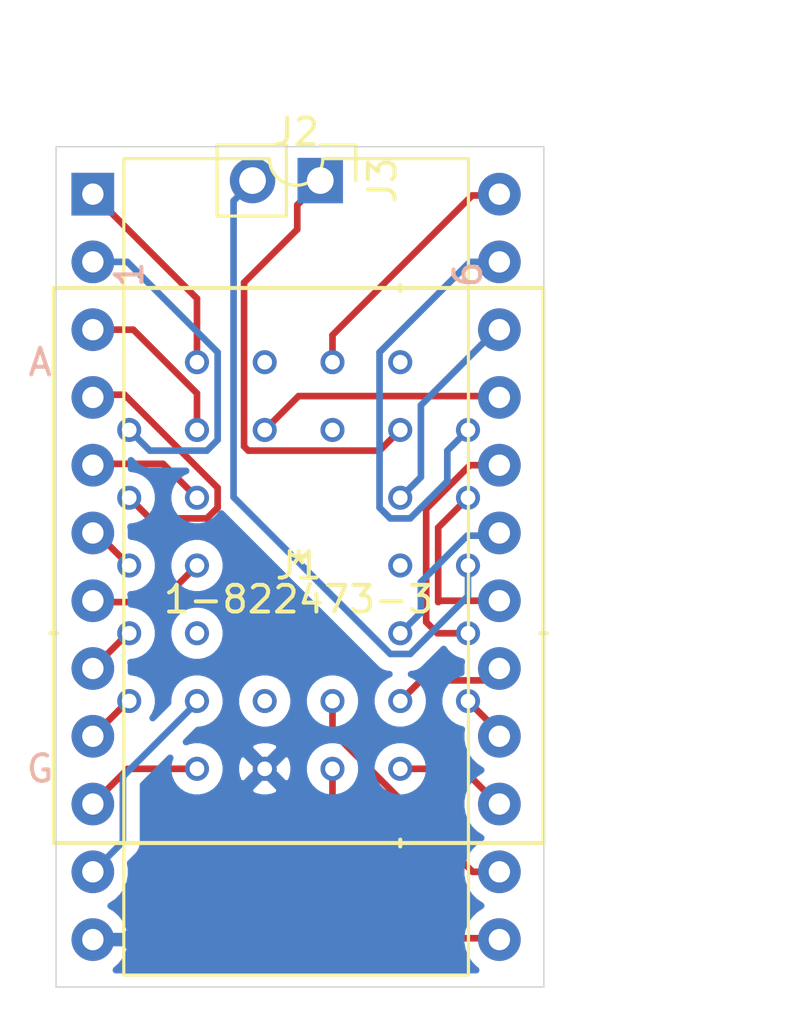
<source format=kicad_pcb>
(kicad_pcb (version 20171130) (host pcbnew 5.1.8-db9833491~88~ubuntu20.04.1)

  (general
    (thickness 1.6)
    (drawings 4)
    (tracks 84)
    (zones 0)
    (modules 3)
    (nets 33)
  )

  (page A4)
  (layers
    (0 F.Cu signal)
    (31 B.Cu signal)
    (32 B.Adhes user)
    (33 F.Adhes user)
    (34 B.Paste user)
    (35 F.Paste user)
    (36 B.SilkS user)
    (37 F.SilkS user)
    (38 B.Mask user)
    (39 F.Mask user)
    (40 Dwgs.User user)
    (41 Cmts.User user)
    (42 Eco1.User user)
    (43 Eco2.User user)
    (44 Edge.Cuts user)
    (45 Margin user)
    (46 B.CrtYd user)
    (47 F.CrtYd user)
    (48 B.Fab user)
    (49 F.Fab user)
  )

  (setup
    (last_trace_width 0.25)
    (trace_clearance 0.2)
    (zone_clearance 0.508)
    (zone_45_only no)
    (trace_min 0.2)
    (via_size 0.8)
    (via_drill 0.4)
    (via_min_size 0.4)
    (via_min_drill 0.3)
    (uvia_size 0.3)
    (uvia_drill 0.1)
    (uvias_allowed no)
    (uvia_min_size 0.2)
    (uvia_min_drill 0.1)
    (edge_width 0.05)
    (segment_width 0.2)
    (pcb_text_width 0.3)
    (pcb_text_size 1.5 1.5)
    (mod_edge_width 0.12)
    (mod_text_size 1 1)
    (mod_text_width 0.15)
    (pad_size 1.524 1.524)
    (pad_drill 0.762)
    (pad_to_mask_clearance 0)
    (aux_axis_origin 0 0)
    (visible_elements FFFFFF7F)
    (pcbplotparams
      (layerselection 0x010fc_ffffffff)
      (usegerberextensions false)
      (usegerberattributes true)
      (usegerberadvancedattributes true)
      (creategerberjobfile true)
      (excludeedgelayer true)
      (linewidth 0.100000)
      (plotframeref false)
      (viasonmask false)
      (mode 1)
      (useauxorigin false)
      (hpglpennumber 1)
      (hpglpenspeed 20)
      (hpglpendiameter 15.000000)
      (psnegative false)
      (psa4output false)
      (plotreference true)
      (plotvalue true)
      (plotinvisibletext false)
      (padsonsilk false)
      (subtractmaskfromsilk false)
      (outputformat 1)
      (mirror false)
      (drillshape 1)
      (scaleselection 1)
      (outputdirectory ""))
  )

  (net 0 "")
  (net 1 "Net-(J1-Pad17)")
  (net 2 "Net-(J1-Pad12)")
  (net 3 "Net-(J1-Pad26)")
  (net 4 "Net-(J1-Pad1)")
  (net 5 "Net-(J1-Pad30)")
  (net 6 GND)
  (net 7 /Io_5)
  (net 8 /Io_3)
  (net 9 /Io_1)
  (net 10 /Io_6)
  (net 11 /Io_7)
  (net 12 /Io_4)
  (net 13 /Io_2)
  (net 14 /Io_0)
  (net 15 /CE)
  (net 16 /A10)
  (net 17 /A0)
  (net 18 /OE)
  (net 19 /A1)
  (net 20 /A2)
  (net 21 /A11)
  (net 22 /A9)
  (net 23 /A3)
  (net 24 /A4)
  (net 25 /A8)
  (net 26 /WE)
  (net 27 /A12)
  (net 28 /A5)
  (net 29 /A6)
  (net 30 VCC)
  (net 31 "Net-(J1-Pad2)")
  (net 32 /A7)

  (net_class Default "This is the default net class."
    (clearance 0.2)
    (trace_width 0.25)
    (via_dia 0.8)
    (via_drill 0.4)
    (uvia_dia 0.3)
    (uvia_drill 0.1)
    (add_net /A0)
    (add_net /A1)
    (add_net /A10)
    (add_net /A11)
    (add_net /A12)
    (add_net /A2)
    (add_net /A3)
    (add_net /A4)
    (add_net /A5)
    (add_net /A6)
    (add_net /A7)
    (add_net /A8)
    (add_net /A9)
    (add_net /CE)
    (add_net /Io_0)
    (add_net /Io_1)
    (add_net /Io_2)
    (add_net /Io_3)
    (add_net /Io_4)
    (add_net /Io_5)
    (add_net /Io_6)
    (add_net /Io_7)
    (add_net /OE)
    (add_net /WE)
    (add_net GND)
    (add_net "Net-(J1-Pad1)")
    (add_net "Net-(J1-Pad12)")
    (add_net "Net-(J1-Pad17)")
    (add_net "Net-(J1-Pad2)")
    (add_net "Net-(J1-Pad26)")
    (add_net "Net-(J1-Pad30)")
    (add_net VCC)
  )

  (module PLCC32_2:PLCC_32_32_Small (layer F.Cu) (tedit 5FB14FE7) (tstamp 5FD6866B)
    (at 127.4572 95.4532)
    (path /5FB0991B)
    (fp_text reference J1 (at 0 0) (layer F.SilkS)
      (effects (font (size 1 1) (thickness 0.15)))
    )
    (fp_text value 1-822473-3 (at 0 1.27) (layer F.SilkS)
      (effects (font (size 1 1) (thickness 0.15)))
    )
    (fp_line (start 9.3091 10.5283) (end -9.3091 10.5283) (layer F.CrtYd) (width 0.1524))
    (fp_line (start 9.3091 -10.5283) (end 9.3091 10.5283) (layer F.CrtYd) (width 0.1524))
    (fp_line (start -9.3091 -10.5283) (end 9.3091 -10.5283) (layer F.CrtYd) (width 0.1524))
    (fp_line (start -9.3091 10.5283) (end -9.3091 -10.5283) (layer F.CrtYd) (width 0.1524))
    (fp_line (start -9.0551 -10.2743) (end -9.0551 10.2743) (layer F.Fab) (width 0.1524))
    (fp_line (start 9.0551 -10.2743) (end -9.0551 -10.2743) (layer F.Fab) (width 0.1524))
    (fp_line (start 9.0551 10.2743) (end 9.0551 -10.2743) (layer F.Fab) (width 0.1524))
    (fp_line (start -9.0551 10.2743) (end 9.0551 10.2743) (layer F.Fab) (width 0.1524))
    (fp_line (start -9.1821 -10.4013) (end -9.1821 10.4013) (layer F.SilkS) (width 0.1524))
    (fp_line (start 9.1821 -10.4013) (end -9.1821 -10.4013) (layer F.SilkS) (width 0.1524))
    (fp_line (start 9.1821 10.4013) (end 9.1821 -10.4013) (layer F.SilkS) (width 0.1524))
    (fp_line (start -9.1821 10.4013) (end 9.1821 10.4013) (layer F.SilkS) (width 0.1524))
    (fp_line (start -7.7851 -10.2743) (end -9.0551 -9.0043) (layer F.Fab) (width 0.1524))
    (fp_line (start 3.81 10.2743) (end 3.81 10.5283) (layer F.SilkS) (width 0.1524))
    (fp_line (start 3.81 -10.2743) (end 3.81 -10.5283) (layer F.SilkS) (width 0.1524))
    (fp_line (start 9.0551 2.54) (end 9.3091 2.54) (layer F.SilkS) (width 0.1524))
    (fp_line (start -9.0551 2.54) (end -9.3091 2.54) (layer F.SilkS) (width 0.1524))
    (fp_text user "Copyright 2016 Accelerated Designs. All rights reserved." (at 0 0) (layer Cmts.User)
      (effects (font (size 0.127 0.127) (thickness 0.002)))
    )
    (fp_text user * (at 0 0) (layer F.SilkS)
      (effects (font (size 1 1) (thickness 0.15)))
    )
    (fp_text user * (at 0 0) (layer F.Fab)
      (effects (font (size 1 1) (thickness 0.15)))
    )
    (fp_text user A (at -9.6901 -7.62) (layer F.SilkS)
      (effects (font (size 1 1) (thickness 0.15)))
    )
    (fp_text user A (at -9.6901 -7.62) (layer F.Fab)
      (effects (font (size 1 1) (thickness 0.15)))
    )
    (fp_text user A (at -9.6901 -7.62) (layer B.SilkS)
      (effects (font (size 1 1) (thickness 0.15)))
    )
    (fp_text user G (at -9.6901 7.62) (layer F.SilkS)
      (effects (font (size 1 1) (thickness 0.15)))
    )
    (fp_text user G (at -9.6901 7.62) (layer F.Fab)
      (effects (font (size 1 1) (thickness 0.15)))
    )
    (fp_text user G (at -9.6901 7.62) (layer B.SilkS)
      (effects (font (size 1 1) (thickness 0.15)))
    )
    (fp_text user 1 (at -6.35 -10.9093 90) (layer F.SilkS)
      (effects (font (size 1 1) (thickness 0.15)))
    )
    (fp_text user 1 (at -6.35 -10.9093 90) (layer F.Fab)
      (effects (font (size 1 1) (thickness 0.15)))
    )
    (fp_text user 1 (at -6.35 -10.9093 90) (layer B.SilkS)
      (effects (font (size 1 1) (thickness 0.15)))
    )
    (fp_text user 6 (at 6.35 -10.9093 90) (layer F.SilkS)
      (effects (font (size 1 1) (thickness 0.15)))
    )
    (fp_text user 6 (at 6.35 -10.9093 90) (layer F.Fab)
      (effects (font (size 1 1) (thickness 0.15)))
    )
    (fp_text user 6 (at 6.35 -10.9093 90) (layer B.SilkS)
      (effects (font (size 1 1) (thickness 0.15)))
    )
    (fp_text user 0.1in/2.54mm (at 11.4681 -6.35) (layer Dwgs.User)
      (effects (font (size 1 1) (thickness 0.15)))
    )
    (fp_text user 0.032in/0.813mm (at 11.4681 7.62) (layer Dwgs.User)
      (effects (font (size 1 1) (thickness 0.15)))
    )
    (pad 4 thru_hole circle (at -3.81 -7.62) (size 0.9 0.9) (drill 0.55) (layers *.Cu *.Mask)
      (net 32 /A7))
    (pad 2 thru_hole circle (at -1.27 -7.62) (size 0.9 0.9) (drill 0.55) (layers *.Cu *.Mask)
      (net 31 "Net-(J1-Pad2)"))
    (pad 32 thru_hole circle (at 1.27 -7.62) (size 0.9 0.9) (drill 0.55) (layers *.Cu *.Mask)
      (net 30 VCC))
    (pad 30 thru_hole circle (at 3.81 -7.62) (size 0.9 0.9) (drill 0.55) (layers *.Cu *.Mask)
      (net 5 "Net-(J1-Pad30)"))
    (pad 5 thru_hole circle (at -6.35 -5.08) (size 0.9 0.9) (drill 0.55) (layers *.Cu *.Mask)
      (net 29 /A6))
    (pad 6 thru_hole circle (at -3.81 -5.08) (size 0.9 0.9) (drill 0.55) (layers *.Cu *.Mask)
      (net 28 /A5))
    (pad 3 thru_hole circle (at -1.27 -5.08) (size 0.9 0.9) (drill 0.55) (layers *.Cu *.Mask)
      (net 27 /A12))
    (pad 1 thru_hole circle (at 1.27 -5.08) (size 0.9 0.9) (drill 0.55) (layers *.Cu *.Mask)
      (net 4 "Net-(J1-Pad1)"))
    (pad 31 thru_hole circle (at 3.81 -5.08) (size 0.9 0.9) (drill 0.55) (layers *.Cu *.Mask)
      (net 26 /WE))
    (pad 29 thru_hole circle (at 6.35 -5.08) (size 0.9 0.9) (drill 0.55) (layers *.Cu *.Mask)
      (net 25 /A8))
    (pad 7 thru_hole circle (at -6.35 -2.54) (size 0.9 0.9) (drill 0.55) (layers *.Cu *.Mask)
      (net 24 /A4))
    (pad 8 thru_hole circle (at -3.81 -2.54) (size 0.9 0.9) (drill 0.55) (layers *.Cu *.Mask)
      (net 23 /A3))
    (pad 28 thru_hole circle (at 3.81 -2.54) (size 0.9 0.9) (drill 0.55) (layers *.Cu *.Mask)
      (net 22 /A9))
    (pad 27 thru_hole circle (at 6.35 -2.54) (size 0.9 0.9) (drill 0.55) (layers *.Cu *.Mask)
      (net 21 /A11))
    (pad 9 thru_hole circle (at -6.35 0) (size 0.9 0.9) (drill 0.55) (layers *.Cu *.Mask)
      (net 20 /A2))
    (pad 10 thru_hole circle (at -3.81 0) (size 0.9 0.9) (drill 0.55) (layers *.Cu *.Mask)
      (net 19 /A1))
    (pad 26 thru_hole circle (at 3.81 0) (size 0.9 0.9) (drill 0.55) (layers *.Cu *.Mask)
      (net 3 "Net-(J1-Pad26)"))
    (pad 25 thru_hole circle (at 6.35 0) (size 0.9 0.9) (drill 0.55) (layers *.Cu *.Mask)
      (net 18 /OE))
    (pad 11 thru_hole circle (at -6.35 2.54) (size 0.9 0.9) (drill 0.55) (layers *.Cu *.Mask)
      (net 17 /A0))
    (pad 12 thru_hole circle (at -3.81 2.54) (size 0.9 0.9) (drill 0.55) (layers *.Cu *.Mask)
      (net 2 "Net-(J1-Pad12)"))
    (pad 24 thru_hole circle (at 3.81 2.54) (size 0.9 0.9) (drill 0.55) (layers *.Cu *.Mask)
      (net 16 /A10))
    (pad 23 thru_hole circle (at 6.35 2.54) (size 0.9 0.9) (drill 0.55) (layers *.Cu *.Mask)
      (net 15 /CE))
    (pad 13 thru_hole circle (at -6.35 5.08) (size 0.9 0.9) (drill 0.55) (layers *.Cu *.Mask)
      (net 14 /Io_0))
    (pad 15 thru_hole circle (at -3.81 5.08) (size 0.9 0.9) (drill 0.55) (layers *.Cu *.Mask)
      (net 13 /Io_2))
    (pad 17 thru_hole circle (at -1.27 5.08) (size 0.9 0.9) (drill 0.55) (layers *.Cu *.Mask)
      (net 1 "Net-(J1-Pad17)"))
    (pad 19 thru_hole circle (at 1.27 5.08) (size 0.9 0.9) (drill 0.55) (layers *.Cu *.Mask)
      (net 12 /Io_4))
    (pad 22 thru_hole circle (at 3.81 5.08) (size 0.9 0.9) (drill 0.55) (layers *.Cu *.Mask)
      (net 11 /Io_7))
    (pad 21 thru_hole circle (at 6.35 5.08) (size 0.9 0.9) (drill 0.55) (layers *.Cu *.Mask)
      (net 10 /Io_6))
    (pad 14 thru_hole circle (at -3.81 7.62) (size 0.9 0.9) (drill 0.55) (layers *.Cu *.Mask)
      (net 9 /Io_1) (die_length 1))
    (pad 16 thru_hole circle (at -1.27 7.62) (size 0.9 0.9) (drill 0.55) (layers *.Cu *.Mask)
      (net 6 GND))
    (pad 18 thru_hole circle (at 1.27 7.62) (size 0.9 0.9) (drill 0.55) (layers *.Cu *.Mask)
      (net 8 /Io_3))
    (pad 20 thru_hole circle (at 3.81 7.62) (size 0.9 0.9) (drill 0.55) (layers *.Cu *.Mask)
      (net 7 /Io_5))
  )

  (module Package_DIP:DIP-24_W15.24mm (layer F.Cu) (tedit 5A02E8C5) (tstamp 5FD68697)
    (at 119.743801 81.534201)
    (descr "24-lead though-hole mounted DIP package, row spacing 15.24 mm (600 mils)")
    (tags "THT DIP DIL PDIP 2.54mm 15.24mm 600mil")
    (path /5FD64061)
    (fp_text reference J2 (at 7.62 -2.33) (layer F.SilkS)
      (effects (font (size 1 1) (thickness 0.15)))
    )
    (fp_text value EEPROM_Parallel_24_Pins_8K (at 7.62 30.27) (layer F.Fab)
      (effects (font (size 1 1) (thickness 0.15)))
    )
    (fp_line (start 16.3 -1.55) (end -1.05 -1.55) (layer F.CrtYd) (width 0.05))
    (fp_line (start 16.3 29.5) (end 16.3 -1.55) (layer F.CrtYd) (width 0.05))
    (fp_line (start -1.05 29.5) (end 16.3 29.5) (layer F.CrtYd) (width 0.05))
    (fp_line (start -1.05 -1.55) (end -1.05 29.5) (layer F.CrtYd) (width 0.05))
    (fp_line (start 14.08 -1.33) (end 8.62 -1.33) (layer F.SilkS) (width 0.12))
    (fp_line (start 14.08 29.27) (end 14.08 -1.33) (layer F.SilkS) (width 0.12))
    (fp_line (start 1.16 29.27) (end 14.08 29.27) (layer F.SilkS) (width 0.12))
    (fp_line (start 1.16 -1.33) (end 1.16 29.27) (layer F.SilkS) (width 0.12))
    (fp_line (start 6.62 -1.33) (end 1.16 -1.33) (layer F.SilkS) (width 0.12))
    (fp_line (start 0.255 -0.27) (end 1.255 -1.27) (layer F.Fab) (width 0.1))
    (fp_line (start 0.255 29.21) (end 0.255 -0.27) (layer F.Fab) (width 0.1))
    (fp_line (start 14.985 29.21) (end 0.255 29.21) (layer F.Fab) (width 0.1))
    (fp_line (start 14.985 -1.27) (end 14.985 29.21) (layer F.Fab) (width 0.1))
    (fp_line (start 1.255 -1.27) (end 14.985 -1.27) (layer F.Fab) (width 0.1))
    (fp_arc (start 7.62 -1.33) (end 6.62 -1.33) (angle -180) (layer F.SilkS) (width 0.12))
    (fp_text user %R (at 7.62 13.97) (layer F.Fab)
      (effects (font (size 1 1) (thickness 0.15)))
    )
    (pad 1 thru_hole rect (at 0 0) (size 1.6 1.6) (drill 0.8) (layers *.Cu *.Mask)
      (net 32 /A7))
    (pad 13 thru_hole oval (at 15.24 27.94) (size 1.6 1.6) (drill 0.8) (layers *.Cu *.Mask)
      (net 8 /Io_3))
    (pad 2 thru_hole oval (at 0 2.54) (size 1.6 1.6) (drill 0.8) (layers *.Cu *.Mask)
      (net 29 /A6))
    (pad 14 thru_hole oval (at 15.24 25.4) (size 1.6 1.6) (drill 0.8) (layers *.Cu *.Mask)
      (net 12 /Io_4))
    (pad 3 thru_hole oval (at 0 5.08) (size 1.6 1.6) (drill 0.8) (layers *.Cu *.Mask)
      (net 28 /A5))
    (pad 15 thru_hole oval (at 15.24 22.86) (size 1.6 1.6) (drill 0.8) (layers *.Cu *.Mask)
      (net 7 /Io_5))
    (pad 4 thru_hole oval (at 0 7.62) (size 1.6 1.6) (drill 0.8) (layers *.Cu *.Mask)
      (net 24 /A4))
    (pad 16 thru_hole oval (at 15.24 20.32) (size 1.6 1.6) (drill 0.8) (layers *.Cu *.Mask)
      (net 10 /Io_6))
    (pad 5 thru_hole oval (at 0 10.16) (size 1.6 1.6) (drill 0.8) (layers *.Cu *.Mask)
      (net 23 /A3))
    (pad 17 thru_hole oval (at 15.24 17.78) (size 1.6 1.6) (drill 0.8) (layers *.Cu *.Mask)
      (net 11 /Io_7))
    (pad 6 thru_hole oval (at 0 12.7) (size 1.6 1.6) (drill 0.8) (layers *.Cu *.Mask)
      (net 20 /A2))
    (pad 18 thru_hole oval (at 15.24 15.24) (size 1.6 1.6) (drill 0.8) (layers *.Cu *.Mask)
      (net 21 /A11))
    (pad 7 thru_hole oval (at 0 15.24) (size 1.6 1.6) (drill 0.8) (layers *.Cu *.Mask)
      (net 19 /A1))
    (pad 19 thru_hole oval (at 15.24 12.7) (size 1.6 1.6) (drill 0.8) (layers *.Cu *.Mask)
      (net 16 /A10))
    (pad 8 thru_hole oval (at 0 17.78) (size 1.6 1.6) (drill 0.8) (layers *.Cu *.Mask)
      (net 17 /A0))
    (pad 20 thru_hole oval (at 15.24 10.16) (size 1.6 1.6) (drill 0.8) (layers *.Cu *.Mask)
      (net 15 /CE))
    (pad 9 thru_hole oval (at 0 20.32) (size 1.6 1.6) (drill 0.8) (layers *.Cu *.Mask)
      (net 14 /Io_0))
    (pad 21 thru_hole oval (at 15.24 7.62) (size 1.6 1.6) (drill 0.8) (layers *.Cu *.Mask)
      (net 27 /A12))
    (pad 10 thru_hole oval (at 0 22.86) (size 1.6 1.6) (drill 0.8) (layers *.Cu *.Mask)
      (net 9 /Io_1))
    (pad 22 thru_hole oval (at 15.24 5.08) (size 1.6 1.6) (drill 0.8) (layers *.Cu *.Mask)
      (net 22 /A9))
    (pad 11 thru_hole oval (at 0 25.4) (size 1.6 1.6) (drill 0.8) (layers *.Cu *.Mask)
      (net 13 /Io_2))
    (pad 23 thru_hole oval (at 15.24 2.54) (size 1.6 1.6) (drill 0.8) (layers *.Cu *.Mask)
      (net 25 /A8))
    (pad 12 thru_hole oval (at 0 27.94) (size 1.6 1.6) (drill 0.8) (layers *.Cu *.Mask)
      (net 6 GND))
    (pad 24 thru_hole oval (at 15.24 0) (size 1.6 1.6) (drill 0.8) (layers *.Cu *.Mask)
      (net 30 VCC))
    (model ${KISYS3DMOD}/Package_DIP.3dshapes/DIP-24_W15.24mm.wrl
      (at (xyz 0 0 0))
      (scale (xyz 1 1 1))
      (rotate (xyz 0 0 0))
    )
  )

  (module Connector_PinHeader_2.54mm:PinHeader_1x02_P2.54mm_Vertical (layer F.Cu) (tedit 59FED5CC) (tstamp 5FD69299)
    (at 128.27 81.026 270)
    (descr "Through hole straight pin header, 1x02, 2.54mm pitch, single row")
    (tags "Through hole pin header THT 1x02 2.54mm single row")
    (path /5FD9FDE1)
    (fp_text reference J3 (at 0 -2.33 90) (layer F.SilkS)
      (effects (font (size 1 1) (thickness 0.15)))
    )
    (fp_text value Conn_01x02_Male (at 0 4.87 90) (layer F.Fab)
      (effects (font (size 1 1) (thickness 0.15)))
    )
    (fp_line (start 1.8 -1.8) (end -1.8 -1.8) (layer F.CrtYd) (width 0.05))
    (fp_line (start 1.8 4.35) (end 1.8 -1.8) (layer F.CrtYd) (width 0.05))
    (fp_line (start -1.8 4.35) (end 1.8 4.35) (layer F.CrtYd) (width 0.05))
    (fp_line (start -1.8 -1.8) (end -1.8 4.35) (layer F.CrtYd) (width 0.05))
    (fp_line (start -1.33 -1.33) (end 0 -1.33) (layer F.SilkS) (width 0.12))
    (fp_line (start -1.33 0) (end -1.33 -1.33) (layer F.SilkS) (width 0.12))
    (fp_line (start -1.33 1.27) (end 1.33 1.27) (layer F.SilkS) (width 0.12))
    (fp_line (start 1.33 1.27) (end 1.33 3.87) (layer F.SilkS) (width 0.12))
    (fp_line (start -1.33 1.27) (end -1.33 3.87) (layer F.SilkS) (width 0.12))
    (fp_line (start -1.33 3.87) (end 1.33 3.87) (layer F.SilkS) (width 0.12))
    (fp_line (start -1.27 -0.635) (end -0.635 -1.27) (layer F.Fab) (width 0.1))
    (fp_line (start -1.27 3.81) (end -1.27 -0.635) (layer F.Fab) (width 0.1))
    (fp_line (start 1.27 3.81) (end -1.27 3.81) (layer F.Fab) (width 0.1))
    (fp_line (start 1.27 -1.27) (end 1.27 3.81) (layer F.Fab) (width 0.1))
    (fp_line (start -0.635 -1.27) (end 1.27 -1.27) (layer F.Fab) (width 0.1))
    (fp_text user %R (at 0 1.27) (layer F.Fab)
      (effects (font (size 1 1) (thickness 0.15)))
    )
    (pad 1 thru_hole rect (at 0 0 270) (size 1.7 1.7) (drill 1) (layers *.Cu *.Mask)
      (net 26 /WE))
    (pad 2 thru_hole oval (at 0 2.54 270) (size 1.7 1.7) (drill 1) (layers *.Cu *.Mask)
      (net 18 /OE))
    (model ${KISYS3DMOD}/Connector_PinHeader_2.54mm.3dshapes/PinHeader_1x02_P2.54mm_Vertical.wrl
      (at (xyz 0 0 0))
      (scale (xyz 1 1 1))
      (rotate (xyz 0 0 0))
    )
  )

  (gr_line (start 136.652 111.252) (end 118.364 111.252) (layer Edge.Cuts) (width 0.05) (tstamp 5FD69654))
  (gr_line (start 136.652 79.756) (end 136.652 111.252) (layer Edge.Cuts) (width 0.05))
  (gr_line (start 118.364 79.756) (end 136.652 79.756) (layer Edge.Cuts) (width 0.05))
  (gr_line (start 118.364 111.252) (end 118.364 79.756) (layer Edge.Cuts) (width 0.05))

  (segment (start 131.2672 103.0732) (end 133.604 103.0732) (width 0.25) (layer F.Cu) (net 7))
  (segment (start 133.604 103.0732) (end 134.9248 104.394) (width 0.25) (layer F.Cu) (net 7))
  (segment (start 128.7272 103.0732) (end 128.7272 104.7496) (width 0.25) (layer F.Cu) (net 8))
  (segment (start 128.7272 104.7496) (end 133.4008 109.4232) (width 0.25) (layer F.Cu) (net 8))
  (segment (start 133.4008 109.4232) (end 134.874 109.4232) (width 0.25) (layer F.Cu) (net 8))
  (segment (start 123.6472 103.0732) (end 121.0564 103.0732) (width 0.25) (layer F.Cu) (net 9))
  (segment (start 121.0564 103.0732) (end 119.7864 104.3432) (width 0.25) (layer F.Cu) (net 9))
  (segment (start 133.8072 100.5332) (end 134.8232 101.5492) (width 0.25) (layer F.Cu) (net 10))
  (segment (start 132.042201 99.758199) (end 134.785401 99.758199) (width 0.25) (layer F.Cu) (net 11))
  (segment (start 131.2672 100.5332) (end 132.042201 99.758199) (width 0.25) (layer F.Cu) (net 11))
  (segment (start 128.7272 101.680202) (end 133.980998 106.934) (width 0.25) (layer F.Cu) (net 12))
  (segment (start 128.7272 100.5332) (end 128.7272 101.680202) (width 0.25) (layer F.Cu) (net 12))
  (segment (start 133.980998 106.934) (end 134.9248 106.934) (width 0.25) (layer F.Cu) (net 12))
  (segment (start 120.868802 105.8092) (end 120.868802 103.362398) (width 0.25) (layer B.Cu) (net 13))
  (segment (start 119.743801 106.934201) (end 120.868802 105.8092) (width 0.25) (layer B.Cu) (net 13))
  (segment (start 120.868802 103.362398) (end 123.6472 100.584) (width 0.25) (layer B.Cu) (net 13))
  (segment (start 119.743801 101.854201) (end 121.014002 100.584) (width 0.25) (layer F.Cu) (net 14))
  (segment (start 132.23959 93.333808) (end 133.879398 91.694) (width 0.25) (layer F.Cu) (net 15))
  (segment (start 132.23959 97.572592) (end 132.23959 93.333808) (width 0.25) (layer F.Cu) (net 15))
  (segment (start 132.660198 97.9932) (end 132.23959 97.572592) (width 0.25) (layer F.Cu) (net 15))
  (segment (start 133.8072 97.9932) (end 132.660198 97.9932) (width 0.25) (layer F.Cu) (net 15))
  (segment (start 133.879398 91.694) (end 134.874 91.694) (width 0.25) (layer F.Cu) (net 15))
  (segment (start 132.042201 96.071197) (end 133.777798 94.3356) (width 0.25) (layer B.Cu) (net 16))
  (segment (start 132.042201 97.218199) (end 132.042201 96.071197) (width 0.25) (layer B.Cu) (net 16))
  (segment (start 131.2672 97.9932) (end 132.042201 97.218199) (width 0.25) (layer B.Cu) (net 16))
  (segment (start 133.777798 94.3356) (end 135.128 94.3356) (width 0.25) (layer B.Cu) (net 16))
  (segment (start 119.743801 99.314201) (end 121.115602 97.9424) (width 0.25) (layer F.Cu) (net 17))
  (segment (start 130.895199 98.768201) (end 125.0188 92.891802) (width 0.25) (layer B.Cu) (net 18))
  (segment (start 131.639201 98.768201) (end 130.895199 98.768201) (width 0.25) (layer B.Cu) (net 18))
  (segment (start 133.8072 96.600202) (end 131.639201 98.768201) (width 0.25) (layer B.Cu) (net 18))
  (segment (start 133.8072 95.4532) (end 133.8072 96.600202) (width 0.25) (layer B.Cu) (net 18))
  (segment (start 125.0188 92.891802) (end 125.0188 82.8548) (width 0.25) (layer B.Cu) (net 18))
  (segment (start 125.0188 82.8548) (end 125.0188 81.788) (width 0.25) (layer B.Cu) (net 18))
  (segment (start 125.0188 81.788) (end 125.73 81.0768) (width 0.25) (layer B.Cu) (net 18))
  (segment (start 123.6472 95.4532) (end 122.2756 96.8248) (width 0.25) (layer F.Cu) (net 19))
  (segment (start 122.2756 96.8248) (end 119.888 96.8248) (width 0.25) (layer F.Cu) (net 19))
  (segment (start 121.1072 95.4532) (end 119.8372 94.1832) (width 0.25) (layer F.Cu) (net 20))
  (segment (start 133.8072 92.9132) (end 132.6896 94.0308) (width 0.25) (layer F.Cu) (net 21))
  (segment (start 132.6896 94.0308) (end 132.6896 95.482602) (width 0.25) (layer F.Cu) (net 21))
  (segment (start 132.6896 95.482602) (end 132.6896 96.8248) (width 0.25) (layer F.Cu) (net 21))
  (segment (start 132.6896 96.8248) (end 132.7404 96.774) (width 0.25) (layer F.Cu) (net 21))
  (segment (start 132.7404 96.774) (end 134.874 96.774) (width 0.25) (layer F.Cu) (net 21))
  (segment (start 132.042201 92.138199) (end 132.042201 89.445799) (width 0.25) (layer B.Cu) (net 22))
  (segment (start 131.2672 92.9132) (end 132.042201 92.138199) (width 0.25) (layer B.Cu) (net 22))
  (segment (start 132.042201 89.445799) (end 134.7724 86.7156) (width 0.25) (layer B.Cu) (net 22))
  (segment (start 123.6472 92.9132) (end 122.3772 91.6432) (width 0.25) (layer F.Cu) (net 23))
  (segment (start 122.3772 91.6432) (end 119.6848 91.6432) (width 0.25) (layer F.Cu) (net 23))
  (segment (start 124.422201 92.541199) (end 120.933402 89.0524) (width 0.25) (layer F.Cu) (net 24))
  (segment (start 124.422201 93.285201) (end 124.422201 92.541199) (width 0.25) (layer F.Cu) (net 24))
  (segment (start 124.019201 93.688201) (end 124.422201 93.285201) (width 0.25) (layer F.Cu) (net 24))
  (segment (start 121.882201 93.688201) (end 124.019201 93.688201) (width 0.25) (layer F.Cu) (net 24))
  (segment (start 121.1072 92.9132) (end 121.882201 93.688201) (width 0.25) (layer F.Cu) (net 24))
  (segment (start 120.933402 89.0524) (end 119.9896 89.0524) (width 0.25) (layer F.Cu) (net 24))
  (segment (start 130.492199 87.461199) (end 133.879398 84.074) (width 0.25) (layer B.Cu) (net 25))
  (segment (start 130.492199 93.285201) (end 130.492199 87.461199) (width 0.25) (layer B.Cu) (net 25))
  (segment (start 130.895199 93.688201) (end 130.492199 93.285201) (width 0.25) (layer B.Cu) (net 25))
  (segment (start 131.639201 93.688201) (end 130.895199 93.688201) (width 0.25) (layer B.Cu) (net 25))
  (segment (start 133.032199 92.295203) (end 131.639201 93.688201) (width 0.25) (layer B.Cu) (net 25))
  (segment (start 133.032199 91.148201) (end 133.032199 92.295203) (width 0.25) (layer B.Cu) (net 25))
  (segment (start 133.8072 90.3732) (end 133.032199 91.148201) (width 0.25) (layer B.Cu) (net 25))
  (segment (start 133.879398 84.074) (end 134.8232 84.074) (width 0.25) (layer B.Cu) (net 25))
  (segment (start 125.412199 90.991197) (end 125.412199 84.849001) (width 0.25) (layer F.Cu) (net 26))
  (segment (start 125.569203 91.148201) (end 125.412199 90.991197) (width 0.25) (layer F.Cu) (net 26))
  (segment (start 130.492199 91.148201) (end 125.569203 91.148201) (width 0.25) (layer F.Cu) (net 26))
  (segment (start 131.2672 90.3732) (end 130.492199 91.148201) (width 0.25) (layer F.Cu) (net 26))
  (segment (start 125.412199 84.849001) (end 127.4064 82.8548) (width 0.25) (layer F.Cu) (net 26))
  (segment (start 127.4064 82.8548) (end 127.4064 81.9404) (width 0.25) (layer F.Cu) (net 26))
  (segment (start 127.4064 81.9404) (end 128.2192 81.1276) (width 0.25) (layer F.Cu) (net 26))
  (segment (start 126.1872 90.3732) (end 127.4572 89.1032) (width 0.25) (layer F.Cu) (net 27))
  (segment (start 127.4572 89.1032) (end 134.9756 89.1032) (width 0.25) (layer F.Cu) (net 27))
  (segment (start 123.6472 90.3732) (end 123.6472 89.0016) (width 0.25) (layer F.Cu) (net 28))
  (segment (start 123.6472 89.0016) (end 121.2596 86.614) (width 0.25) (layer F.Cu) (net 28))
  (segment (start 121.2596 86.614) (end 119.7864 86.614) (width 0.25) (layer F.Cu) (net 28))
  (segment (start 124.422201 87.461199) (end 121.035002 84.074) (width 0.25) (layer B.Cu) (net 29))
  (segment (start 124.422201 90.745201) (end 124.422201 87.461199) (width 0.25) (layer B.Cu) (net 29))
  (segment (start 124.019201 91.148201) (end 124.422201 90.745201) (width 0.25) (layer B.Cu) (net 29))
  (segment (start 121.882201 91.148201) (end 124.019201 91.148201) (width 0.25) (layer B.Cu) (net 29))
  (segment (start 121.1072 90.3732) (end 121.882201 91.148201) (width 0.25) (layer B.Cu) (net 29))
  (segment (start 121.035002 84.074) (end 119.8372 84.074) (width 0.25) (layer B.Cu) (net 29))
  (segment (start 128.7272 87.8332) (end 128.7272 86.8172) (width 0.25) (layer F.Cu) (net 30))
  (segment (start 128.7272 86.8172) (end 133.9596 81.5848) (width 0.25) (layer F.Cu) (net 30))
  (segment (start 133.9596 81.5848) (end 134.9248 81.5848) (width 0.25) (layer F.Cu) (net 30))
  (segment (start 123.6472 87.8332) (end 123.6472 85.4456) (width 0.25) (layer F.Cu) (net 32))
  (segment (start 123.6472 85.4456) (end 119.7356 81.534) (width 0.25) (layer F.Cu) (net 32))

  (zone (net 6) (net_name GND) (layer B.Cu) (tstamp 0) (hatch edge 0.508)
    (connect_pads (clearance 0.508))
    (min_thickness 0.254)
    (fill yes (arc_segments 32) (thermal_gap 0.508) (thermal_bridge_width 0.508))
    (polygon
      (pts
        (xy 135.636 110.744) (xy 118.9228 110.744) (xy 118.9228 80.3148) (xy 135.636 80.264)
      )
    )
    (filled_polygon
      (pts
        (xy 121.318402 91.659203) (xy 121.3422 91.688202) (xy 121.371198 91.712) (xy 121.457924 91.783175) (xy 121.555884 91.835536)
        (xy 121.589954 91.853747) (xy 121.733215 91.897204) (xy 121.844868 91.908201) (xy 121.844878 91.908201) (xy 121.882201 91.911877)
        (xy 121.919524 91.908201) (xy 123.23824 91.908201) (xy 123.13326 91.951685) (xy 122.955553 92.070425) (xy 122.804425 92.221553)
        (xy 122.685685 92.39926) (xy 122.603896 92.596717) (xy 122.5622 92.806337) (xy 122.5622 93.020063) (xy 122.603896 93.229683)
        (xy 122.685685 93.42714) (xy 122.804425 93.604847) (xy 122.955553 93.755975) (xy 123.13326 93.874715) (xy 123.330717 93.956504)
        (xy 123.540337 93.9982) (xy 123.754063 93.9982) (xy 123.963683 93.956504) (xy 124.16114 93.874715) (xy 124.338847 93.755975)
        (xy 124.489975 93.604847) (xy 124.556893 93.504696) (xy 130.3314 99.279204) (xy 130.355198 99.308202) (xy 130.470923 99.403175)
        (xy 130.602952 99.473747) (xy 130.746213 99.517204) (xy 130.857866 99.528201) (xy 130.857875 99.528201) (xy 130.85817 99.52823)
        (xy 130.75326 99.571685) (xy 130.575553 99.690425) (xy 130.424425 99.841553) (xy 130.305685 100.01926) (xy 130.223896 100.216717)
        (xy 130.1822 100.426337) (xy 130.1822 100.640063) (xy 130.223896 100.849683) (xy 130.305685 101.04714) (xy 130.424425 101.224847)
        (xy 130.575553 101.375975) (xy 130.75326 101.494715) (xy 130.950717 101.576504) (xy 131.160337 101.6182) (xy 131.374063 101.6182)
        (xy 131.583683 101.576504) (xy 131.78114 101.494715) (xy 131.958847 101.375975) (xy 132.109975 101.224847) (xy 132.228715 101.04714)
        (xy 132.310504 100.849683) (xy 132.3522 100.640063) (xy 132.3522 100.426337) (xy 132.310504 100.216717) (xy 132.228715 100.01926)
        (xy 132.109975 99.841553) (xy 131.958847 99.690425) (xy 131.78114 99.571685) (xy 131.67623 99.52823) (xy 131.676523 99.528201)
        (xy 131.676534 99.528201) (xy 131.788187 99.517204) (xy 131.931448 99.473747) (xy 132.063477 99.403175) (xy 132.179202 99.308202)
        (xy 132.203005 99.279198) (xy 132.897507 98.584697) (xy 132.964425 98.684847) (xy 133.115553 98.835975) (xy 133.29326 98.954715)
        (xy 133.490717 99.036504) (xy 133.572682 99.052808) (xy 133.548801 99.172866) (xy 133.548801 99.455536) (xy 133.553165 99.477474)
        (xy 133.490717 99.489896) (xy 133.29326 99.571685) (xy 133.115553 99.690425) (xy 132.964425 99.841553) (xy 132.845685 100.01926)
        (xy 132.763896 100.216717) (xy 132.7222 100.426337) (xy 132.7222 100.640063) (xy 132.763896 100.849683) (xy 132.845685 101.04714)
        (xy 132.964425 101.224847) (xy 133.115553 101.375975) (xy 133.29326 101.494715) (xy 133.490717 101.576504) (xy 133.572682 101.592808)
        (xy 133.548801 101.712866) (xy 133.548801 101.995536) (xy 133.603948 102.272775) (xy 133.712121 102.533928) (xy 133.869164 102.76896)
        (xy 134.069042 102.968838) (xy 134.30156 103.124201) (xy 134.069042 103.279564) (xy 133.869164 103.479442) (xy 133.712121 103.714474)
        (xy 133.603948 103.975627) (xy 133.548801 104.252866) (xy 133.548801 104.535536) (xy 133.603948 104.812775) (xy 133.712121 105.073928)
        (xy 133.869164 105.30896) (xy 134.069042 105.508838) (xy 134.30156 105.664201) (xy 134.069042 105.819564) (xy 133.869164 106.019442)
        (xy 133.712121 106.254474) (xy 133.603948 106.515627) (xy 133.548801 106.792866) (xy 133.548801 107.075536) (xy 133.603948 107.352775)
        (xy 133.712121 107.613928) (xy 133.869164 107.84896) (xy 134.069042 108.048838) (xy 134.30156 108.204201) (xy 134.069042 108.359564)
        (xy 133.869164 108.559442) (xy 133.712121 108.794474) (xy 133.603948 109.055627) (xy 133.548801 109.332866) (xy 133.548801 109.615536)
        (xy 133.603948 109.892775) (xy 133.712121 110.153928) (xy 133.869164 110.38896) (xy 134.069042 110.588838) (xy 134.11119 110.617)
        (xy 120.609503 110.617) (xy 120.80732 110.437615) (xy 120.974838 110.211621) (xy 121.095047 109.957288) (xy 121.135705 109.82324)
        (xy 121.013716 109.601201) (xy 119.870801 109.601201) (xy 119.870801 109.621201) (xy 119.616801 109.621201) (xy 119.616801 109.601201)
        (xy 119.596801 109.601201) (xy 119.596801 109.347201) (xy 119.616801 109.347201) (xy 119.616801 109.327201) (xy 119.870801 109.327201)
        (xy 119.870801 109.347201) (xy 121.013716 109.347201) (xy 121.135705 109.125162) (xy 121.095047 108.991114) (xy 120.974838 108.736781)
        (xy 120.80732 108.510787) (xy 120.598932 108.321816) (xy 120.412936 108.210268) (xy 120.423528 108.205881) (xy 120.65856 108.048838)
        (xy 120.858438 107.84896) (xy 121.015481 107.613928) (xy 121.123654 107.352775) (xy 121.178801 107.075536) (xy 121.178801 106.792866)
        (xy 121.142489 106.610315) (xy 121.379806 106.372998) (xy 121.408803 106.349201) (xy 121.503776 106.233476) (xy 121.574348 106.101447)
        (xy 121.617805 105.958186) (xy 121.628802 105.846533) (xy 121.628802 105.846525) (xy 121.632478 105.8092) (xy 121.628802 105.771875)
        (xy 121.628802 103.677199) (xy 122.642512 102.66349) (xy 122.603896 102.756717) (xy 122.5622 102.966337) (xy 122.5622 103.180063)
        (xy 122.603896 103.389683) (xy 122.685685 103.58714) (xy 122.804425 103.764847) (xy 122.955553 103.915975) (xy 123.13326 104.034715)
        (xy 123.330717 104.116504) (xy 123.540337 104.1582) (xy 123.754063 104.1582) (xy 123.963683 104.116504) (xy 124.16114 104.034715)
        (xy 124.338847 103.915975) (xy 124.4393 103.815522) (xy 125.624483 103.815522) (xy 125.653475 104.023875) (xy 125.849197 104.109732)
        (xy 126.05791 104.155756) (xy 126.27159 104.160179) (xy 126.482028 104.122829) (xy 126.681136 104.045143) (xy 126.720925 104.023875)
        (xy 126.749917 103.815522) (xy 126.1872 103.252805) (xy 125.624483 103.815522) (xy 124.4393 103.815522) (xy 124.489975 103.764847)
        (xy 124.608715 103.58714) (xy 124.690504 103.389683) (xy 124.7322 103.180063) (xy 124.7322 103.15759) (xy 125.100221 103.15759)
        (xy 125.137571 103.368028) (xy 125.215257 103.567136) (xy 125.236525 103.606925) (xy 125.444878 103.635917) (xy 126.007595 103.0732)
        (xy 126.366805 103.0732) (xy 126.929522 103.635917) (xy 127.137875 103.606925) (xy 127.223732 103.411203) (xy 127.269756 103.20249)
        (xy 127.274179 102.98881) (xy 127.270191 102.966337) (xy 127.6422 102.966337) (xy 127.6422 103.180063) (xy 127.683896 103.389683)
        (xy 127.765685 103.58714) (xy 127.884425 103.764847) (xy 128.035553 103.915975) (xy 128.21326 104.034715) (xy 128.410717 104.116504)
        (xy 128.620337 104.1582) (xy 128.834063 104.1582) (xy 129.043683 104.116504) (xy 129.24114 104.034715) (xy 129.418847 103.915975)
        (xy 129.569975 103.764847) (xy 129.688715 103.58714) (xy 129.770504 103.389683) (xy 129.8122 103.180063) (xy 129.8122 102.966337)
        (xy 130.1822 102.966337) (xy 130.1822 103.180063) (xy 130.223896 103.389683) (xy 130.305685 103.58714) (xy 130.424425 103.764847)
        (xy 130.575553 103.915975) (xy 130.75326 104.034715) (xy 130.950717 104.116504) (xy 131.160337 104.1582) (xy 131.374063 104.1582)
        (xy 131.583683 104.116504) (xy 131.78114 104.034715) (xy 131.958847 103.915975) (xy 132.109975 103.764847) (xy 132.228715 103.58714)
        (xy 132.310504 103.389683) (xy 132.3522 103.180063) (xy 132.3522 102.966337) (xy 132.310504 102.756717) (xy 132.228715 102.55926)
        (xy 132.109975 102.381553) (xy 131.958847 102.230425) (xy 131.78114 102.111685) (xy 131.583683 102.029896) (xy 131.374063 101.9882)
        (xy 131.160337 101.9882) (xy 130.950717 102.029896) (xy 130.75326 102.111685) (xy 130.575553 102.230425) (xy 130.424425 102.381553)
        (xy 130.305685 102.55926) (xy 130.223896 102.756717) (xy 130.1822 102.966337) (xy 129.8122 102.966337) (xy 129.770504 102.756717)
        (xy 129.688715 102.55926) (xy 129.569975 102.381553) (xy 129.418847 102.230425) (xy 129.24114 102.111685) (xy 129.043683 102.029896)
        (xy 128.834063 101.9882) (xy 128.620337 101.9882) (xy 128.410717 102.029896) (xy 128.21326 102.111685) (xy 128.035553 102.230425)
        (xy 127.884425 102.381553) (xy 127.765685 102.55926) (xy 127.683896 102.756717) (xy 127.6422 102.966337) (xy 127.270191 102.966337)
        (xy 127.236829 102.778372) (xy 127.159143 102.579264) (xy 127.137875 102.539475) (xy 126.929522 102.510483) (xy 126.366805 103.0732)
        (xy 126.007595 103.0732) (xy 125.444878 102.510483) (xy 125.236525 102.539475) (xy 125.150668 102.735197) (xy 125.104644 102.94391)
        (xy 125.100221 103.15759) (xy 124.7322 103.15759) (xy 124.7322 102.966337) (xy 124.690504 102.756717) (xy 124.608715 102.55926)
        (xy 124.489975 102.381553) (xy 124.4393 102.330878) (xy 125.624483 102.330878) (xy 126.1872 102.893595) (xy 126.749917 102.330878)
        (xy 126.720925 102.122525) (xy 126.525203 102.036668) (xy 126.31649 101.990644) (xy 126.10281 101.986221) (xy 125.892372 102.023571)
        (xy 125.693264 102.101257) (xy 125.653475 102.122525) (xy 125.624483 102.330878) (xy 124.4393 102.330878) (xy 124.338847 102.230425)
        (xy 124.16114 102.111685) (xy 123.963683 102.029896) (xy 123.754063 101.9882) (xy 123.540337 101.9882) (xy 123.330717 102.029896)
        (xy 123.23749 102.068512) (xy 123.687802 101.6182) (xy 123.754063 101.6182) (xy 123.963683 101.576504) (xy 124.16114 101.494715)
        (xy 124.338847 101.375975) (xy 124.489975 101.224847) (xy 124.608715 101.04714) (xy 124.690504 100.849683) (xy 124.7322 100.640063)
        (xy 124.7322 100.426337) (xy 125.1022 100.426337) (xy 125.1022 100.640063) (xy 125.143896 100.849683) (xy 125.225685 101.04714)
        (xy 125.344425 101.224847) (xy 125.495553 101.375975) (xy 125.67326 101.494715) (xy 125.870717 101.576504) (xy 126.080337 101.6182)
        (xy 126.294063 101.6182) (xy 126.503683 101.576504) (xy 126.70114 101.494715) (xy 126.878847 101.375975) (xy 127.029975 101.224847)
        (xy 127.148715 101.04714) (xy 127.230504 100.849683) (xy 127.2722 100.640063) (xy 127.2722 100.426337) (xy 127.6422 100.426337)
        (xy 127.6422 100.640063) (xy 127.683896 100.849683) (xy 127.765685 101.04714) (xy 127.884425 101.224847) (xy 128.035553 101.375975)
        (xy 128.21326 101.494715) (xy 128.410717 101.576504) (xy 128.620337 101.6182) (xy 128.834063 101.6182) (xy 129.043683 101.576504)
        (xy 129.24114 101.494715) (xy 129.418847 101.375975) (xy 129.569975 101.224847) (xy 129.688715 101.04714) (xy 129.770504 100.849683)
        (xy 129.8122 100.640063) (xy 129.8122 100.426337) (xy 129.770504 100.216717) (xy 129.688715 100.01926) (xy 129.569975 99.841553)
        (xy 129.418847 99.690425) (xy 129.24114 99.571685) (xy 129.043683 99.489896) (xy 128.834063 99.4482) (xy 128.620337 99.4482)
        (xy 128.410717 99.489896) (xy 128.21326 99.571685) (xy 128.035553 99.690425) (xy 127.884425 99.841553) (xy 127.765685 100.01926)
        (xy 127.683896 100.216717) (xy 127.6422 100.426337) (xy 127.2722 100.426337) (xy 127.230504 100.216717) (xy 127.148715 100.01926)
        (xy 127.029975 99.841553) (xy 126.878847 99.690425) (xy 126.70114 99.571685) (xy 126.503683 99.489896) (xy 126.294063 99.4482)
        (xy 126.080337 99.4482) (xy 125.870717 99.489896) (xy 125.67326 99.571685) (xy 125.495553 99.690425) (xy 125.344425 99.841553)
        (xy 125.225685 100.01926) (xy 125.143896 100.216717) (xy 125.1022 100.426337) (xy 124.7322 100.426337) (xy 124.690504 100.216717)
        (xy 124.608715 100.01926) (xy 124.489975 99.841553) (xy 124.338847 99.690425) (xy 124.16114 99.571685) (xy 123.963683 99.489896)
        (xy 123.754063 99.4482) (xy 123.540337 99.4482) (xy 123.330717 99.489896) (xy 123.13326 99.571685) (xy 122.955553 99.690425)
        (xy 122.804425 99.841553) (xy 122.685685 100.01926) (xy 122.603896 100.216717) (xy 122.5622 100.426337) (xy 122.5622 100.594198)
        (xy 121.987074 101.169324) (xy 122.068715 101.04714) (xy 122.150504 100.849683) (xy 122.1922 100.640063) (xy 122.1922 100.426337)
        (xy 122.150504 100.216717) (xy 122.068715 100.01926) (xy 121.949975 99.841553) (xy 121.798847 99.690425) (xy 121.62114 99.571685)
        (xy 121.423683 99.489896) (xy 121.214063 99.4482) (xy 121.178801 99.4482) (xy 121.178801 99.172866) (xy 121.159971 99.0782)
        (xy 121.214063 99.0782) (xy 121.423683 99.036504) (xy 121.62114 98.954715) (xy 121.798847 98.835975) (xy 121.949975 98.684847)
        (xy 122.068715 98.50714) (xy 122.150504 98.309683) (xy 122.1922 98.100063) (xy 122.1922 97.886337) (xy 122.5622 97.886337)
        (xy 122.5622 98.100063) (xy 122.603896 98.309683) (xy 122.685685 98.50714) (xy 122.804425 98.684847) (xy 122.955553 98.835975)
        (xy 123.13326 98.954715) (xy 123.330717 99.036504) (xy 123.540337 99.0782) (xy 123.754063 99.0782) (xy 123.963683 99.036504)
        (xy 124.16114 98.954715) (xy 124.338847 98.835975) (xy 124.489975 98.684847) (xy 124.608715 98.50714) (xy 124.690504 98.309683)
        (xy 124.7322 98.100063) (xy 124.7322 97.886337) (xy 124.690504 97.676717) (xy 124.608715 97.47926) (xy 124.489975 97.301553)
        (xy 124.338847 97.150425) (xy 124.16114 97.031685) (xy 123.963683 96.949896) (xy 123.754063 96.9082) (xy 123.540337 96.9082)
        (xy 123.330717 96.949896) (xy 123.13326 97.031685) (xy 122.955553 97.150425) (xy 122.804425 97.301553) (xy 122.685685 97.47926)
        (xy 122.603896 97.676717) (xy 122.5622 97.886337) (xy 122.1922 97.886337) (xy 122.150504 97.676717) (xy 122.068715 97.47926)
        (xy 121.949975 97.301553) (xy 121.798847 97.150425) (xy 121.62114 97.031685) (xy 121.423683 96.949896) (xy 121.214063 96.9082)
        (xy 121.178801 96.9082) (xy 121.178801 96.632866) (xy 121.159971 96.5382) (xy 121.214063 96.5382) (xy 121.423683 96.496504)
        (xy 121.62114 96.414715) (xy 121.798847 96.295975) (xy 121.949975 96.144847) (xy 122.068715 95.96714) (xy 122.150504 95.769683)
        (xy 122.1922 95.560063) (xy 122.1922 95.346337) (xy 122.5622 95.346337) (xy 122.5622 95.560063) (xy 122.603896 95.769683)
        (xy 122.685685 95.96714) (xy 122.804425 96.144847) (xy 122.955553 96.295975) (xy 123.13326 96.414715) (xy 123.330717 96.496504)
        (xy 123.540337 96.5382) (xy 123.754063 96.5382) (xy 123.963683 96.496504) (xy 124.16114 96.414715) (xy 124.338847 96.295975)
        (xy 124.489975 96.144847) (xy 124.608715 95.96714) (xy 124.690504 95.769683) (xy 124.7322 95.560063) (xy 124.7322 95.346337)
        (xy 124.690504 95.136717) (xy 124.608715 94.93926) (xy 124.489975 94.761553) (xy 124.338847 94.610425) (xy 124.16114 94.491685)
        (xy 123.963683 94.409896) (xy 123.754063 94.3682) (xy 123.540337 94.3682) (xy 123.330717 94.409896) (xy 123.13326 94.491685)
        (xy 122.955553 94.610425) (xy 122.804425 94.761553) (xy 122.685685 94.93926) (xy 122.603896 95.136717) (xy 122.5622 95.346337)
        (xy 122.1922 95.346337) (xy 122.150504 95.136717) (xy 122.068715 94.93926) (xy 121.949975 94.761553) (xy 121.798847 94.610425)
        (xy 121.62114 94.491685) (xy 121.423683 94.409896) (xy 121.214063 94.3682) (xy 121.178801 94.3682) (xy 121.178801 94.092866)
        (xy 121.159971 93.9982) (xy 121.214063 93.9982) (xy 121.423683 93.956504) (xy 121.62114 93.874715) (xy 121.798847 93.755975)
        (xy 121.949975 93.604847) (xy 122.068715 93.42714) (xy 122.150504 93.229683) (xy 122.1922 93.020063) (xy 122.1922 92.806337)
        (xy 122.150504 92.596717) (xy 122.068715 92.39926) (xy 121.949975 92.221553) (xy 121.798847 92.070425) (xy 121.62114 91.951685)
        (xy 121.423683 91.869896) (xy 121.214063 91.8282) (xy 121.178801 91.8282) (xy 121.178801 91.552866) (xy 121.170542 91.511343)
      )
    )
  )
)

</source>
